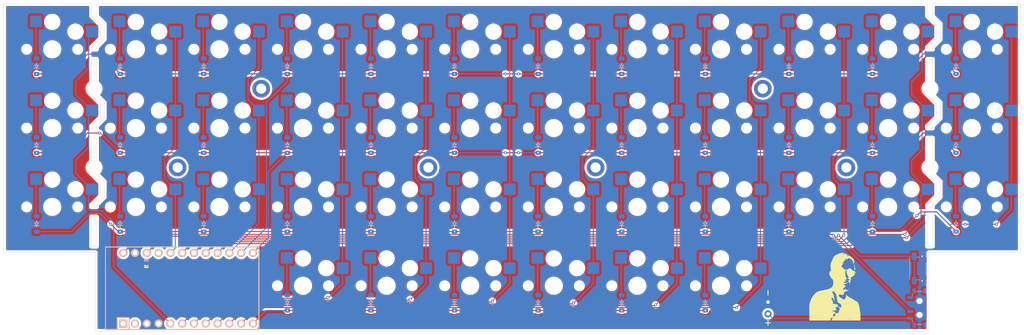
<source format=kicad_pcb>
(kicad_pcb (version 20240108) (generator "pcbnew") (generator_version "8.0")
  (layers (0 "F.Cu" signal) (31 "B.Cu" signal) (34 "B.Paste" user) (35 "F.Paste" user) (36 "B.SilkS" user "B.Silkscreen") (37 "F.SilkS" user "F.Silkscreen") (38 "B.Mask" user) (39 "F.Mask" user) (44 "Edge.Cuts" user))
  (net 0 "")
  (net 1 "Net-(D1-A)")
  (net 2 "row0")
  (net 3 "Net-(D2-A)")
  (net 4 "Net-(D3-A)")
  (net 5 "Net-(D4-A)")
  (net 6 "Net-(D5-A)")
  (net 7 "Net-(D6-A)")
  (net 8 "Net-(D7-A)")
  (net 9 "Net-(D8-A)")
  (net 10 "Net-(D9-A)")
  (net 11 "Net-(D10-A)")
  (net 12 "Net-(D11-A)")
  (net 13 "Net-(D12-A)")
  (net 14 "row1")
  (net 15 "Net-(D13-A)")
  (net 16 "Net-(D14-A)")
  (net 17 "Net-(D15-A)")
  (net 18 "Net-(D16-A)")
  (net 19 "Net-(D17-A)")
  (net 20 "Net-(D18-A)")
  (net 21 "Net-(D19-A)")
  (net 22 "Net-(D20-A)")
  (net 23 "Net-(D21-A)")
  (net 24 "Net-(D22-A)")
  (net 25 "Net-(D23-A)")
  (net 26 "Net-(D24-A)")
  (net 27 "Net-(D25-A)")
  (net 28 "row2")
  (net 29 "Net-(D26-A)")
  (net 30 "Net-(D27-A)")
  (net 31 "Net-(D28-A)")
  (net 32 "Net-(D29-A)")
  (net 33 "Net-(D30-A)")
  (net 34 "Net-(D31-A)")
  (net 35 "Net-(D32-A)")
  (net 36 "Net-(D33-A)")
  (net 37 "Net-(D34-A)")
  (net 38 "Net-(D35-A)")
  (net 39 "Net-(D36-A)")
  (net 40 "Net-(D37-A)")
  (net 41 "row3")
  (net 42 "col0")
  (net 43 "col1")
  (net 44 "col2")
  (net 45 "col3")
  (net 46 "col4")
  (net 47 "col5")
  (net 48 "col6")
  (net 49 "col7")
  (net 50 "col8")
  (net 51 "col9")
  (net 52 "col10")
  (net 53 "col11")
  (net 54 "Net-(BT1-+)")
  (net 55 "RST")
  (net 59 "Net-(D38-A)")
  (net 60 "Net-(D39-A)")
  (net 61 "Net-(D40-A)")
  (net 62 "Net-(D41-A)")
  (net 63 "Net-(D42-A)")
  (net 64 "GND")
  (net 66 "RAW")
  (footprint "ScottoKeebs_Hotswap:Hotswap_Choc_V1_1.00u no silkscreen" (layer "F.Cu") (at 103.056308 47.595361)
    (property "Reference" "S4" (hide yes))
    (property "Value" "Keyswitch")
  )
  (footprint "ScottoKeebs_Hotswap:Hotswap_Choc_V1_1.00u no silkscreen" (layer "F.Cu") (at 157.056308 98.595361)
    (property "Reference" "S40" (hide yes))
    (property "Value" "Keyswitch")
  )
  (footprint "ScottoKeebs_Hotswap:Hotswap_Choc_V1_1.00u no silkscreen" (layer "F.Cu") (at 49.056308 47.595361)
    (property "Reference" "S1" (hide yes))
    (property "Value" "Keyswitch")
  )
  (footprint "ScottoKeebs_Hotswap:Hotswap_Choc_V1_1.00u no silkscreen" (layer "F.Cu") (at 157.056308 47.595361)
    (property "Reference" "S7" (hide yes))
    (property "Value" "Keyswitch")
  )
  (footprint "ScottoKeebs_Hotswap:Hotswap_Choc_V1_1.00u no silkscreen" (layer "F.Cu") (at 49.056308 81.595361)
    (property "Reference" "S25" (hide yes))
    (property "Value" "Keyswitch")
  )
  (footprint "MountingHole:MountingHole_2.2mm_M2_DIN965_Pad_TopBottom" (layer "F.Cu") (at 76.056308 73.095361)
    (property "Reference" "H1" (hide yes))
    (property "Value" "Mounting_Hole" (hide yes))
  )
  (footprint "ScottoKeebs_Scotto:Battery" (layer "F.Cu") (at 203.181308 103.376611 90)
    (property "Reference" "BT1" (hide yes))
    (property "Value" "Battery_Cell" (hide yes))
  )
  (footprint "ScottoKeebs_Hotswap:Hotswap_Choc_V1_1.00u no silkscreen" (layer "F.Cu") (at 103.056308 98.595361)
    (property "Reference" "S37" (hide yes))
    (property "Value" "Keyswitch")
  )
  (footprint "MountingHole:MountingHole_2.2mm_M2_DIN965_Pad_TopBottom" (layer "F.Cu") (at 202.056308 56.095361)
    (property "Reference" "H5" (hide yes))
    (property "Value" "Mounting_Hole" (hide yes))
  )
  (footprint "ScottoKeebs_Hotswap:Hotswap_Choc_V1_1.00u no silkscreen" (layer "F.Cu") (at 175.056308 81.595361)
    (property "Reference" "S32" (hide yes))
    (property "Value" "Keyswitch")
  )
  (footprint "ScottoKeebs_Hotswap:Hotswap_Choc_V1_1.00u no silkscreen" (layer "F.Cu") (at 139.056308 64.595361)
    (property "Reference" "S18" (hide yes))
    (property "Value" "Keyswitch")
  )
  (footprint "ScottoKeebs_Hotswap:Hotswap_Choc_V1_1.00u no silkscreen" (layer "F.Cu") (at 103.056308 64.595361)
    (property "Reference" "S16" (hide yes))
    (property "Value" "Keyswitch")
  )
  (footprint "ScottoKeebs_Hotswap:Hotswap_Choc_V1_1.00u no silkscreen" (layer "F.Cu") (at 211.056308 64.595361)
    (property "Reference" "S22" (hide yes))
    (property "Value" "Keyswitch")
  )
  (footprint "ScottoKeebs_Hotswap:Hotswap_Choc_V1_1.00u no silkscreen" (layer "F.Cu") (at 157.056308 81.595361)
    (property "Reference" "S31" (hide yes))
    (property "Value" "Keyswitch")
  )
  (footprint "ScottoKeebs_Hotswap:Hotswap_Choc_V1_1.00u no silkscreen" (layer "F.Cu") (at 247.056308 81.595361)
    (property "Reference" "S36" (hide yes))
    (property "Value" "Keyswitch")
  )
  (footprint "MountingHole:MountingHole_2.2mm_M2_DIN965_Pad_TopBottom" (layer "F.Cu") (at 94.056308 56.095361)
    (property "Reference" "H2" (hide yes))
    (property "Value" "Mounting_Hole" (hide yes))
  )
  (footprint "ScottoKeebs_Hotswap:Hotswap_Choc_V1_1.00u no silkscreen" (layer "F.Cu") (at 85.056308 47.595361)
    (property "Reference" "S3" (hide yes))
    (property "Value" "Keyswitch")
  )
  (footprint "MountingHole:MountingHole_2.2mm_M2_DIN965_Pad_TopBottom" (layer "F.Cu") (at 220.056308 73.095361)
    (property "Reference" "H6" (hide yes))
    (property "Value" "Mounting_Hole" (hide yes))
  )
  (footprint "MountingHole:MountingHole_3.2mm_M3" (layer "F.Cu") (at 58.056308 56.095361)
    (property "Reference" "H7" (hide yes))
    (property "Value" "Mounting_Hole")
  )
  (footprint "ScottoKeebs_Hotswap:Hotswap_Choc_V1_1.00u no silkscreen" (layer "F.Cu") (at 229.056308 47.595361)
    (property "Reference" "S11" (hide yes))
    (property "Value" "Keyswitch")
  )
  (footprint "ScottoKeebs_Hotswap:Hotswap_Choc_V1_1.00u no silkscreen" (layer "F.Cu") (at 67.056308 47.595361)
    (property "Reference" "S2" (hide yes))
    (property "Value" "Keyswitch")
  )
  (footprint "MountingHole:MountingHole_3.2mm_M3" (layer "F.Cu") (at 58.056308 73.095361)
    (property "Reference" "H8" (hide yes))
    (property "Value" "Mounting_Hole")
  )
  (footprint "ScottoKeebs_Hotswap:Hotswap_Choc_V1_1.00u no silkscreen" (layer "F.Cu") (at 175.056308 64.595361)
    (property "Reference" "S20" (hide yes))
    (property "Value" "Keyswitch")
  )
  (footprint "ScottoKeebs_Hotswap:Hotswap_Choc_V1_1.00u no silkscreen" (layer "F.Cu") (at 121.056308 64.595361)
    (property "Reference" "S17" (hide yes))
    (property "Value" "Keyswitch")
  )
  (footprint "ScottoKeebs_Hotswap:Hotswap_Choc_V1_1.00u no silkscreen" (layer "F.Cu") (at 193.056308 47.595361)
    (property "Reference" "S9" (hide yes))
    (property "Value" "Keyswitch")
  )
  (footprint "ScottoKeebs_Hotswap:Hotswap_Choc_V1_1.00u no silkscreen" (layer "F.Cu") (at 211.056308 81.595361)
    (property "Reference" "S34" (hide yes))
    (property "Value" "Keyswitch")
  )
  (footprint "MountingHole:MountingHole_3.2mm_M3" (layer "F.Cu") (at 238.056308 56.095361)
    (property "Reference" "H9" (hide yes))
    (property "Value" "Mounting_Hole")
  )
  (footprint "MountingHole:MountingHole_3.2mm_M3" (layer "F.Cu") (at 238.056308 73.095361)
    (property "Reference" "H10" (hide yes))
    (property "Value" "Mounting_Hole")
  )
  (footprint "ScottoKeebs_Hotswap:Hotswap_Choc_V1_1.00u no silkscreen" (layer "F.Cu") (at 229.056308 64.595361)
    (property "Reference" "S23" (hide yes))
    (property "Value" "Keyswitch")
  )
  (footprint "ScottoKeebs_Hotswap:Hotswap_Choc_V1_1.00u no silkscreen" (layer "F.Cu") (at 193.056308 98.595361)
    (property "Reference" "S42" (hide yes))
    (property "Value" "Keyswitch")
  )
  (footprint "MountingHole:MountingHole_2.2mm_M2_DIN965_Pad_TopBottom" (layer "F.Cu") (at 130.056308 73.095361)
    (property "Reference" "H3" (hide yes))
    (property "Value" "Mounting_Hole" (hide yes))
  )
  (footprint "ScottoKeebs_Hotswap:Hotswap_Choc_V1_1.00u no silkscreen" (layer "F.Cu") (at 121.056308 81.595361)
    (property "Reference" "S29" (hide yes))
    (property "Value" "Keyswitch")
  )
  (footprint "ScottoKeebs_Hotswap:Hotswap_Choc_V1_1.00u no silkscreen" (layer "F.Cu") (at 211.056308 47.595361)
    (property "Reference" "S10" (hide yes))
    (property "Value" "Keyswitch")
  )
  (footprint "MountingHole:MountingHole_2.2mm_M2_DIN965_Pad_TopBottom" (layer "F.Cu") (at 166.056308 73.095361)
    (property "Reference" "H4" (hide yes))
    (property "Value" "Mounting_Hole" (hide yes))
  )
  (footprint "ScottoKeebs_Hotswap:Hotswap_Choc_V1_1.00u no silkscreen" (layer "F.Cu") (at 247.056308 64.595361)
    (property "Reference" "S24" (hide yes))
    (property "Value" "Keyswitch")
  )
  (footprint "ScottoKeebs_Hotswap:Hotswap_Choc_V1_1.00u no silkscreen" (layer "F.Cu") (at 121.056308 98.595361)
    (property "Reference" "S38" (hide yes))
    (property "Value" "Keyswitch")
  )
  (footprint "ScottoKeebs_Hotswap:Hotswap_Choc_V1_1.00u no silkscreen" (layer "F.Cu") (at 139.056308 81.595361)
    (property "Reference" "S30" (hide yes))
    (property "Value" "Keyswitch")
  )
  (footprint "ScottoKeebs_Hotswap:Hotswap_Choc_V1_1.00u no silkscreen" (layer "F.Cu") (at 247.056308 47.595361)
    (property "Reference" "S12" (hide yes))
    (property "Value" "Keyswitch")
  )
  (footprint "ScottoKeebs_Hotswap:Hotswap_Choc_V1_1.00u no silkscreen" (layer "F.Cu") (at 139.056308 98.595361)
    (property "Reference" "S39" (hide yes))
    (property "Value" "Keyswitch")
  )
  (footprint "ScottoKeebs_Hotswap:Hotswap_Choc_V1_1.00u no silkscreen" (layer "F.Cu") (at 139.056308 47.595361)
    (property "Reference" "S6" (hide yes))
    (property "Value" "Keyswitch")
  )
  (footprint "ScottoKeebs_Hotswap:Hotswap_Choc_V1_1.00u no silkscreen" (layer "F.Cu") (at 103.056308 81.595361)
    (property "Reference" "S28" (hide yes))
    (property "Value" "Keyswitch")
  )
  (footprint "ScottoKeebs_Hotswap:Hotswap_Choc_V1_1.00u no silkscreen" (layer "F.Cu") (at 175.056308 47.595361)
    (property "Reference" "S8" (hide yes))
    (property "Value" "Keyswitch")
  )
  (footprint "ScottoKeebs_Hotswap:Hotswap_Choc_V1_1.00u no silkscreen" (layer "F.Cu") (at 157.056308 64.595361)
    (property "Reference" "S19" (hide yes))
    (property "Value" "Keyswitch")
  )
  (footprint "ScottoKeebs_Hotswap:Hotswap_Choc_V1_1.00u no silkscreen" (layer "F.Cu") (at 175.056308 98.595361)
    (property "Reference" "S41" (hide yes))
    (property "Value" "Keyswitch")
  )
  (footprint "SilkscreenImages:kicad_finger_guns" (layer "F.Cu") (at 218.931308 98.595361)
    (property "Reference" "G***" (hide yes))
    (property "Value" "LOGO" (hide yes))
  )
  (footprint "ScottoKeebs_MCU:Arduino_Pro_Micro" (layer "F.Cu") (at 78.306308 99.126611 90)
    (property "Reference" "U1" (hide yes))
    (property "Value" "Arduino_Pro_Micro" (hide yes))
  )
  (footprint "ScottoKeebs_Hotswap:Hotswap_Choc_V1_1.00u no silkscreen" (layer "F.Cu") (at 193.056308 81.595361)
    (property "Reference" "S33" (hide yes))
    (property "Value" "Keyswitch")
  )
  (footprint "ScottoKeebs_Hotswap:Hotswap_Choc_V1_1.00u no silkscreen" (layer "F.Cu") (at 121.056308 47.595361)
    (property "Reference" "S5" (hide yes))
    (property "Value" "Keyswitch")
  )
  (footprint "ScottoKeebs_Hotswap:Hotswap_Choc_V1_1.00u no silkscreen" (layer "F.Cu") (at 85.056308 64.595361)
    (property "Reference" "S15" (hide yes))
    (property "Value" "Keyswitch")
  )
  (footprint "ScottoKeebs_Hotswap:Hotswap_Choc_V1_1.00u no silkscreen" (layer "F.Cu") (at 67.056308 64.595361)
    (property "Reference" "S14" (hide yes))
    (property "Value" "Keyswitch")
  )
  (footprint "ScottoKeebs_Hotswap:Hotswap_Choc_V1_1.00u no silkscreen" (layer "F.Cu") (at 85.056308 81.595361)
    (property "Reference" "S27" (hide yes))
    (property "Value" "Keyswitch")
  )
  (footprint "ScottoKeebs_Hotswap:Hotswap_Choc_V1_1.00u no silkscreen" (layer "F.Cu") (at 67.056308 81.595361)
    (property "Reference" "S26" (hide yes))
    (property "Value" "Keyswitch")
  )
  (footprint "ScottoKeebs_Hotswap:Hotswap_Choc_V1_1.00u no silkscreen" (layer "F.Cu") (at 49.056308 64.595361)
    (property "Reference" "S13" (hide yes))
    (property "Value" "Keyswitch")
  )
  (footprint "ScottoKeebs_Hotswap:Hotswap_Choc_V1_1.00u no silkscreen" (layer "F.Cu") (at 229.056308 81.595361)
    (property "Reference" "S35" (hide yes))
    (property "Value" "Keyswitch")
  )
  (footprint "ScottoKeebs_Hotswap:Hotswap_Choc_V1_1.00u no silkscreen" (layer "F.Cu") (at 193.056308 64.595361)
    (property "Reference" "S21" (hide yes))
    (property "Value" "Keyswitch")
  )
  (footprint "ScottoKeebs_Components:Diode_SOD-123" (layer "B.Cu") (at 135.674495 68.267675 90)
    (property "Reference" "D18" (hide yes))
    (property "Value" "Diode" (hide yes))
  )
  (footprint "ScottoKeebs_Components:Diode_SOD-123" (layer "B.Cu") (at 207.674495 85.267675 90)
    (property "Reference" "D34" (hide yes))
    (property "Value" "Diode" (hide yes))
  )
  (footprint "ScottoKeebs_Components:Diode_SOD-123" (layer "B.Cu") (at 207.674495 68.267675 90)
    (property "Reference" "D22" (hide yes))
    (property "Value" "Diode" (hide yes))
  )
  (footprint "ScottoKeebs_Components:Diode_SOD-123" (layer "B.Cu") (at 225.674495 68.267675 90)
    (property "Reference" "D23" (hide yes))
    (property "Value" "Diode" (hide yes))
  )
  (footprint "ScottoKeebs_Components:Diode_SOD-123" (layer "B.Cu") (at 153.674495 68.267675 90)
    (property "Reference" "D19" (hide yes))
    (property "Value" "Diode" (hide yes))
  )
  (footprint "ScottoKeebs_Components:Diode_SOD-123" (layer "B.Cu") (at 153.674495 51.267675 90)
    (property "Reference" "D7" (hide yes))
    (property "Value" "Diode" (hide yes))
  )
  (footprint "ScottoKeebs_Components:Diode_SOD-123" (layer "B.Cu") (at 171.674495 102.267675 90)
    (property "Reference" "D41" (hide yes))
    (property "Value" "Diode" (hide yes))
  )
  (footprint "ScottoKeebs_Components:Diode_SOD-123" (layer "B.Cu") (at 45.674495 85.267675 90)
    (property "Reference" "D25" (hide yes))
    (property "Value" "Diode" (hide yes))
  )
  (footprint "ScottoKeebs_Components:Diode_SOD-123" (layer "B.Cu") (at 99.674495 51.267675 90)
    (property "Reference" "D4" (hide yes))
    (property "Value" "Diode" (hide yes))
  )
  (footprint "ScottoKeebs_Components:Diode_SOD-123" (layer "B.Cu") (at 189.674495 102.267675 90)
    (property "Reference" "D42" (hide yes))
    (property "Value" "Diode" (hide yes))
  )
  (footprint "ScottoKeebs_Components:Diode_SOD-123" (layer "B.Cu") (at 63.674495 85.267675 90)
    (property "Reference" "D26" (hide yes))
    (property "Value" "Diode" (hide yes))
  )
  (footprint "ScottoKeebs_Components:Diode_SOD-123" (layer "B.Cu") (at 99.674495 85.267675 90)
    (property "Reference" "D28" (hide yes))
    (property "Value" "Diode" (hide yes))
  )
  (footprint "ScottoKeebs_Components:Diode_SOD-123" (layer "B.Cu") (at 171.674495 85.267675 90)
    (property "Reference" "D32" (hide yes))
    (property "Value" "Diode" (hide yes))
  )
  (footprint "ScottoKeebs_Components:Diode_SOD-123" (layer "B.Cu") (at 225.674495 85.267675 90)
    (property "Reference" "D35" (hide yes))
    (property "Value" "Diode" (hide yes))
  )
  (footprint "ScottoKeebs_Components:Diode_SOD-123" (layer "B.Cu") (at 117.674495 85.267675 90)
    (property "Reference" "D29" (hide yes))
    (property "Value" "Diode" (hide yes))
  )
  (footprint "ScottoKeebs_Components:Diode_SOD-123" (layer "B.Cu") (at 243.674495 51.267675 90)
    (property "Reference" "D12" (hide yes))
    (property "Value" "Diode" (hide yes))
  )
  (footprint "ScottoKeebs_Components:Diode_SOD-123" (layer "B.Cu") (at 135.674495 85.267675 90)
    (property "Reference" "D30" (hide yes))
    (property "Value" "Diode" (hide yes))
  )
  (footprint "ScottoKeebs_Components:Diode_SOD-123" (layer "B.Cu") (at 117.674495 102.267675 90)
    (property "Reference" "D38" (hide yes))
    (property "Value" "Diode" (hide yes))
  )
  (footprint "ScottoKeebs_Components:Diode_SOD-123" (layer "B.Cu") (at 99.674495 102.267675 90)
    (property "Reference" "D37" (hide yes))
    (property "Value" "Diode" (hide yes))
  )
  (footprint "ScottoKeebs_Components:Diode_SOD-123" (layer "B.Cu") (at 81.674495 68.267675 90)
    (property "Reference" "D15" (hide yes))
    (property "Value" "Diode" (hide yes))
  )
  (footprint "ScottoKeebs_Components:Diode_SOD-123" (layer "B.Cu") (at 153.674495 85.267675 90)
    (property "Reference" "D31" (hide yes))
    (property "Value" "Diode" (hide yes))
  )
  (footprint "ScottoKeebs_Components:Diode_SOD-123" (layer "B.Cu") (at 153.674495 102.267675 90)
    (property "Reference" "D40" (hide yes))
    (property "Value" "Diode" (hide yes))
  )
  (footprint "ScottoKeebs_Components:Diode_SOD-123" (layer "B.Cu") (at 117.674495 51.267675 90)
    (property "Reference" "D5" (hide yes))
    (property "Value" "Diode" (hide yes))
  )
  (footprint "ScottoKeebs_Components:Diode_SOD-123" (layer "B.Cu") (at 81.674495 51.267675 90)
    (property "Reference" "D3" (hide yes))
    (property "Value" "Diode" (hide yes))
  )
  (footprint "ScottoKeebs_Components:Diode_SOD-123" (layer "B.Cu") (at 189.674495 85.267675 90)
    (property "Reference" "D33" (hide yes))
    (property "Value" "Diode" (hide yes))
  )
  (footprint "ScottoKeebs_Components:Diode_SOD-123" (layer "B.Cu") (at 63.674495 68.267675 90)
    (property "Reference" "D14" (hide yes))
    (property "Value" "Diode" (hide yes))
  )
  (footprint "ScottoKeebs_Components:Diode_SOD-123" (layer "B.Cu") (at 243.674495 85.267675 90)
    (property "Reference" "D36" (hide yes))
    (property "Value" "Diode" (hide yes))
  )
  (footprint "ScottoKeebs_Components:Diode_SOD-123" (layer "B.Cu") (at 99.674495 68.267675 90)
    (property "Reference" "D16" (hide yes))
    (property "Value" "Diode" (hide yes))
  )
  (footprint "ScottoKeebs_Components:Diode_SOD-123" (layer "B.Cu") (at 189.674495 68.267675 90)
    (property "Reference" "D21" (hide yes))
    (property "Value" "Diode" (hide yes))
  )
  (footprint "ScottoKeebs_Components:Diode_SOD-123" (layer "B.Cu") (at 63.674495 51.267675 90)
    (property "Reference" "D2" (hide yes))
    (property "Value" "Diode" (hide yes))
  )
  (footprint "ScottoKeebs_Components:Diode_SOD-123" (layer "B.Cu") (at 45.674495 51.267675 90)
    (property "Reference" "D1" (hide yes))
    (property "Value" "Diode" (hide yes))
  )
  (footprint "ScottoKeebs_Components:Diode_SOD-123" (layer "B.Cu") (at 117.674495 68.267675 90)
    (property "Reference" "D17" (hide yes))
    (property "Value" "Diode" (hide yes))
  )
  (footprint "ScottoKeebs_Components:Switch_MSK12C02" (layer "B.Cu") (at 235.806308 103.376611 90)
    (property "Reference" "SW1" (hide yes))
    (property "Value" "SW_SPDT" (hide yes))
  )
  (footprint "ScottoKeebs_Components:Diode_SOD-123" (layer "B.Cu") (at 45.674495 68.267675 90)
    (property "Reference" "D13" (hide yes))
    (property "Value" "Diode" (hide yes))
  )
  (footprint "ScottoKeebs_Components:Diode_SOD-123" (layer "B.Cu") (at 189.674495 51.267675 90)
    (property "Reference" "D9" (hide yes))
    (property "Value" "Diode" (hide yes))
  )
  (footprint "ScottoKeebs_Components:Diode_SOD-123" (layer "B.Cu") (at 225.674495 51.267675 90)
    (property "Reference" "D11" (hide yes))
    (property "Value" "Diode" (hide yes))
  )
  (footprint "ScottoKeebs_Components:Diode_SOD-123" (layer "B.Cu") (at 81.674495 85.267675 90)
    (property "Reference" "D27" (hide yes))
    (property "Value" "Diode" (hide yes))
  )
  (footprint "Button_Switch_SMD:Panasonic_EVQPUJ_EVQPUA" (layer "B.Cu") (at 235.525058 94.876611 90)
    (property "Reference" "SW2" (hide yes))
    (property "Value" "Switch" (hide yes))
  )
  (footprint "ScottoKeebs_Components:Diode_SOD-123" (layer "B.Cu") (at 135.674495 102.267675 90)
    (property "Reference" "D39" (hide yes))
    (property "Value" "Diode" (hide yes))
  )
  (footprint "ScottoKeebs_Components:Diode_SOD-123" (layer "B.Cu") (at 135.674495 51.267675 90)
    (property "Reference" "D6" (hide yes))
    (property "Value" "Diode" (hide yes))
  )
  (footprint "ScottoKeebs_Components:Diode_SOD-123" (layer "B.Cu") (at 207.674495 51.267675 90)
    (property "Reference" "D10" (hide yes))
    (property "Value" "Diode" (hide yes))
  )
  (footprint "ScottoKeebs_Components:Diode_SOD-123" (layer "B.Cu") (at 171.674495 68.267675 90)
    (property "Reference" "D20" (hide yes))
    (property "Value" "Diode" (hide yes))
  )
  (footprint "ScottoKeebs_Components:Diode_SOD-123" (layer "B.Cu") (at 171.674495 51.267675 90)
    (property "Reference" "D8" (hide yes))
    (property "Value" "Diode" (hide yes))
  )
  (footprint "ScottoKeebs_Components:Diode_SOD-123" (layer "B.Cu") (at 243.674495 68.267675 90)
    (property "Reference" "D24" (hide yes))
    (property "Value" "Diode" (hide yes))
  )
  (gr_line (start 58.618808 66.720361) (end 58.618808 72.564111) (stroke (width 0.05)) (layer "Edge.Cuts"))
  (gr_line (start 238.618808 81.157861) (end 238.618808 81.595361) (stroke (width 0.05)) (layer "Edge.Cuts"))
  (gr_line (start 237.493808 81.173486) (end 237.493808 81.595361) (stroke (width 0.05)) (layer "Edge.Cuts"))
  (gr_line (start 38.650058 37.767236) (end 38.650058 91.423486) (stroke (width 0.05)) (layer "Edge.Cuts"))
  (gr_line (start 238.618808 90.095361) (end 238.618808 83.720361) (stroke (width 0.05)) (layer "Edge.Cuts"))
  (gr_line (start 58.618808 64.595361) (end 57.493808 64.595361) (stroke (width 0.05)) (layer "Edge.Cuts"))
  (gr_line (start 238.618808 47.157861) (end 240.306308 45.470361) (stroke (width 0.05)) (layer "Edge.Cuts"))
  (gr_line (start 57.493808 49.720361) (end 58.618808 49.720361) (stroke (width 0.05)) (layer "Edge.Cuts"))
  (gr_line (start 58.618808 90.095361) (end 57.493808 90.095361) (stroke (width 0.05)) (layer "Edge.Cuts"))
  (gr_line (start 237.493808 57.423486) (end 239.462558 59.392236) (stroke (width 0.05)) (layer "Edge.Cuts"))
  (gr_line (start 238.618808 64.157861) (end 240.306308 62.470361) (stroke (width 0.05)) (layer "Edge.Cuts"))
  (gr_line (start 238.618808 83.720361) (end 237.493808 83.720361) (stroke (width 0.05)) (layer "Edge.Cuts"))
  (gr_line (start 237.493808 37.767236) (end 58.618808 37.767236) (stroke (width 0.05)) (layer "Edge.Cuts"))
  (gr_line (start 237.493808 57.423486) (end 237.493808 55.564111) (stroke (width 0.05)) (layer "Edge.Cuts"))
  (gr_line (start 58.618808 57.423486) (end 60.306308 59.110986) (stroke (width 0.05)) (layer "Edge.Cuts"))
  (gr_line (start 238.618808 40.423486) (end 240.306308 42.110986) (stroke (width 0.05)) (layer "Edge.Cuts"))
  (gr_line (start 58.618808 40.423486) (end 58.618808 37.767236) (stroke (width 0.05)) (layer "Edge.Cuts"))
  (gr_line (start 57.493808 81.595361) (end 57.493808 81.173486) (stroke (width 0.05)) (layer "Edge.Cuts"))
  (gr_line (start 58.618808 40.423486) (end 60.306308 42.110986) (stroke (width 0.05)) (layer "Edge.Cuts"))
  (gr_line (start 238.618808 81.157861) (end 240.306308 79.470361) (stroke (width 0.05)) (layer "Edge.Cuts"))
  (gr_line (start 237.493808 40.423486) (end 239.462558 42.392236) (stroke (width 0.05)) (layer "Edge.Cuts"))
  (gr_line (start 57.493808 57.423486) (end 59.462558 59.392236) (stroke (width 0.05)) (layer "Edge.Cuts"))
  (gr_line (start 57.493808 47.595361) (end 57.493808 47.173486) (stroke (width 0.05)) (layer "Edge.Cuts"))
  (gr_line (start 59.462558 62.204736) (end 57.493808 64.173486) (stroke (width 0.05)) (layer "Edge.Cuts"))
  (gr_line (start 238.618808 49.720361) (end 238.618808 55.564111) (stroke (width 0.05)) (layer "Edge.Cuts"))
  (gr_line (start 58.618808 74.423486) (end 60.306308 76.110986) (stroke (width 0.05)) (layer "Edge.Cuts"))
  (gr_line (start 59.462558 79.204736) (end 57.493808 81.173486) (stroke (width 0.05)) (layer "Edge.Cuts"))
  (gr_line (start 57.493808 66.720361) (end 58.618808 66.720361) (stroke (width 0.05)) (layer "Edge.Cuts"))
  (gr_line (start 257.462558 37.767236) (end 238.618808 37.767236) (stroke (width 0.05)) (layer "Edge.Cuts"))
  (gr_line (start 58.618808 47.595361) (end 57.493808 47.595361) (stroke (width 0.05)) (layer "Edge.Cuts"))
  (gr_line (start 58.618808 74.423486) (end 58.618808 72.564111) (stroke (width 0.05)) (layer "Edge.Cuts"))
  (gr_line (start 59.462558 42.392236) (end 59.462558 45.204736) (stroke (width 0.05)) (layer "Edge.Cuts"))
  (gr_line (start 237.493808 66.720361) (end 238.618808 66.720361) (stroke (width 0.05)) (layer "Edge.Cuts"))
  (gr_line (start 58.618808 49.720361) (end 58.618808 55.564111) (stroke (width 0.05)) (layer "Edge.Cuts"))
  (gr_line (start 240.306308 76.110986) (end 240.306308 79.470361) (stroke (width 0.05)) (layer "Edge.Cuts"))
  (gr_line (start 57.493808 55.564111) (end 57.493808 49.720361) (stroke (width 0.05)) (layer "Edge.Cuts"))
  (gr_line (start 58.618808 57.423486) (end 58.618808 55.564111) (stroke (width 0.05)) (layer "Edge.Cuts"))
  (gr_line (start 58.618808 83.720361) (end 57.493808 83.720361) (stroke (width 0.05)) (layer "Edge.Cuts"))
  (gr_line (start 240.306308 59.110986) (end 240.306308 62.470361) (stroke (width 0.05)) (layer "Edge.Cuts"))
  (gr_line (start 59.462558 45.204736) (end 57.493808 47.173486) (stroke (width 0.05)) (layer "Edge.Cuts"))
  (gr_line (start 58.618808 90.095361) (end 58.618808 83.720361) (stroke (width 0.05)) (layer "Edge.Cuts"))
  (gr_line (start 239.462558 59.392236) (end 239.462558 62.204736) (stroke (width 0.05)) (layer "Edge.Cuts"))
  (gr_line (start 57.493808 83.720361) (end 57.493808 90.095361) (stroke (width 0.05)) (layer "Edge.Cuts"))
  (gr_line (start 238.618808 64.157861) (end 238.618808 64.595361) (stroke (width 0.05)) (layer "Edge.Cuts"))
  (gr_line (start 238.618808 66.720361) (end 238.618808 72.564111) (stroke (width 0.05)) (layer "Edge.Cuts"))
  (gr_line (start 237.493808 74.423486) (end 239.462558 76.392236) (stroke (width 0.05)) (layer "Edge.Cuts"))
  (gr_line (start 237.493808 49.720361) (end 238.618808 49.720361) (stroke (width 0.05)) (layer "Edge.Cuts"))
  (gr_line (start 257.462558 91.423486) (end 257.462558 37.767236) (stroke (width 0.05)) (layer "Edge.Cuts"))
  (gr_line (start 57.493808 74.423486) (end 59.462558 76.392236) (stroke (width 0.05)) (layer "Edge.Cuts"))
  (gr_line (start 238.618808 47.157861) (end 238.618808 47.595361) (stroke (width 0.05)) (layer "Edge.Cuts"))
  (gr_line (start 58.618808 47.157861) (end 60.306308 45.470361) (stroke (width 0.05)) (layer "Edge.Cuts"))
  (gr_line (start 58.337558 91.423486) (end 58.337558 108.423486) (stroke (width 0.05)) (layer "Edge.Cuts"))
  (gr_line (start 60.306308 59.110986) (end 60.306308 62.470361) (stroke (width 0.05)) (layer "Edge.Cuts"))
  (gr_line (start 257.462558 91.423486) (end 237.775058 91.423486) (stroke (width 0.05)) (layer "Edge.Cuts"))
  (gr_line (start 60.306308 42.110986) (end 60.306308 45.470361) (stroke (width 0.05)) (layer "Edge.Cuts"))
  (gr_line (start 57.493808 72.564111) (end 57.493808 66.720361) (stroke (width 0.05)) (layer "Edge.Cuts"))
  (gr_line (start 237.493808 64.595361) (end 237.493808 64.173486) (stroke (width 0.05)) (layer "Edge.Cuts"))
  (gr_line (start 237.775058 91.423486) (end 237.775058 108.423486) (stroke (width 0.05)) (layer "Edge.Cuts"))
  (gr_line (start 238.618808 47.595361) (end 237.493808 47.595361) (stroke (width 0.05)) (layer "Edge.Cuts"))
  (gr_line (start 239.462558 62.204736) (end 237.493808 64.173486) (stroke (width 0.05)) (layer "Edge.Cuts"))
  (gr_line (start 239.462558 79.204736) (end 237.493808 81.173486) (stroke (width 0.05)) (layer "Edge.Cuts"))
  (gr_line (start 237.493808 74.423486) (end 237.493808 72.564111) (stroke (width 0.05)) (layer "Edge.Cuts"))
  (gr_line (start 238.618808 57.423486) (end 238.618808 55.564111) (stroke (width 0.05)) (layer "Edge.Cuts"))
  (gr_line (start 60.306308 76.110986) (end 60.306308 79.470361) (stroke (width 0.05)) (layer "Edge.Cuts"))
  (gr_line (start 58.618808 64.157861) (end 60.306308 62.470361) (stroke (width 0.05)) (layer "Edge.Cuts"))
  (gr_line (start 238.618808 40.423486) (end 238.618808 37.767236) (stroke (width 0.05)) (layer "Edge.Cuts"))
  (gr_line (start 57.493808 57.423486) (end 57.493808 55.564111) (stroke (width 0.05)) (layer "Edge.Cuts"))
  (gr_line (start 238.618808 57.423486) (end 240.306308 59.110986) (stroke (width 0.05)) (layer "Edge.Cuts"))
  (gr_line (start 238.618808 90.095361) (end 237.493808 90.095361) (stroke (width 0.05)) (layer "Edge.Cuts"))
  (gr_line (start 238.618808 74.423486) (end 240.306308 76.110986) (stroke (width 0.05)) (layer "Edge.Cuts"))
  (gr_line (start 58.618808 47.157861) (end 58.618808 47.595361) (stroke (width 0.05)) (layer "Edge.Cuts"))
  (gr_line (start 57.493808 74.423486) (end 57.493808 72.564111) (stroke (width 0.05)) (layer "Edge.Cuts"))
  (gr_line (start 58.337558 108.423486) (end 237.775058 108.423486) (stroke (width 0.05)) (layer "Edge.Cuts"))
  (gr_line (start 237.493808 55.564111) (end 237.493808 49.720361) (stroke (width 0.05)) (layer "Edge.Cuts"))
  (gr_line (start 239.462558 45.204736) (end 237.493808 47.173486) (stroke (width 0.05)) (layer "Edge.Cuts"))
  (gr_line (start 58.618808 81.595361) (end 57.493808 81.595361) (stroke (width 0.05)) (layer "Edge.Cuts"))
  (gr_line (start 57.493808 64.595361) (end 57.493808 64.173486) (stroke (width 0.05)) (layer "Edge.Cuts"))
  (gr_line (start 237.493808 40.423486) (end 237.493808 37.767236) (stroke (width 0.05)) (layer "Edge.Cuts"))
  (gr_line (start 237.493808 47.595361) (end 237.493808 47.173486) (stroke (width 0.05)) (layer "Edge.Cuts"))
  (gr_line (start 239.462558 76.392236) (end 239.462558 79.204736) (stroke (width 0.05)) (layer "Edge.Cuts"))
  (gr_line (start 238.618808 64.595361) (end 237.493808 64.595361) (stroke (width 0.05)) (layer "Edge.Cuts"))
  (gr_line (start 238.618808 74.423486) (end 238.618808 72.564111) (stroke (width 0.05)) (layer "Edge.Cuts"))
  (gr_line (start 38.650058 91.423486) (end 58.337558 91.423486) (stroke (width 0.05)) (layer "Edge.Cuts"))
  (gr_line (start 58.618808 81.157861) (end 60.306308 79.470361) (stroke (width 0.05)) (layer "Edge.Cuts"))
  (gr_line (start 58.618808 64.157861) (end 58.618808 64.595361) (stroke (width 0.05)) (layer "Edge.Cuts"))
  (gr_line (start 239.462558 42.392236) (end 239.462558 45.204736) (stroke (width 0.05)) (layer "Edge.Cuts"))
  (gr_line (start 59.462558 76.392236) (end 59.462558 79.204736) (stroke (width 0.05)) (layer "Edge.Cuts"))
  (gr_line (start 240.306308 42.110986) (end 240.306308 45.470361) (stroke (width 0.05)) (layer "Edge.Cuts"))
  (gr_line (start 57.493808 40.423486) (end 59.462558 42.392236) (stroke (width 0.05)) (layer "Edge.Cuts"))
  (gr_line (start 237.493808 83.720361) (end 237.493808 90.095361) (stroke (width 0.05)) (layer "Edge.Cuts"))
  (gr_line (start 58.618808 81.157861) (end 58.618808 81.595361) (stroke (width 0.05)) (layer "Edge.Cuts"))
  (gr_line (start 237.493808 72.564111) (end 237.493808 66.720361) (stroke (width 0.05)) (layer "Edge.Cuts"))
  (gr_line (start 57.493808 37.767236) (end 38.650058 37.767236) (stroke (width 0.05)) (layer "Edge.Cuts"))
  (gr_line (start 57.493808 40.423486) (end 57.493808 37.767236) (stroke (width 0.05)) (layer "Edge.Cuts"))
  (gr_line (start 238.618808 81.595361) (end 237.493808 81.595361) (stroke (width 0.05)) (layer "Edge.Cuts"))
  (gr_line (start 59.462558 59.392236) (end 59.462558 62.204736) (stroke (width 0.05)) (layer "Edge.Cuts"))
  (segment (start 45.556308 41.595361) (end 45.556308 49.499488) (width 0.2) (layer "B.Cu") (net 1))
  (segment (start 45.556308 49.499488) (end 45.674495 49.617675) (width 0.2) (layer "B.Cu") (net 1))
  (segment (start 149.462558 52.907861) (end 146.650058 52.907861) (width 0.2) (layer "F.Cu") (net 2))
  (segment (start 52.400058 52.907861) (end 56.650058 48.657861) (width 0.2) (layer "F.Cu") (net 2))
  (segment (start 59.462558 48.657861) (end 63.681308 52.876611) (width 0.2) (layer "F.Cu") (net 2))
  (segment (start 135.681308 52.907861) (end 99.681308 52.907861) (width 0.2) (layer "F.Cu") (net 2))
  (segment (start 63.681308 52.876611) (end 63.681308 52.907861) (width 0.2) (layer "F.Cu") (net 2))
  (segment (start 232.400058 52.907861) (end 225.681308 52.907861) (width 0.2) (layer "F.Cu") (net 2))
  (segment (start 243.681308 52.876611) (end 239.000058 48.195361) (width 0.2) (layer "F.Cu") (net 2))
  (segment (start 243.681308 52.907861) (end 243.681308 52.876611) (width 0.2) (layer "F.Cu") (net 2))
  (segment (start 56.650058 48.657861) (end 59.462558 48.657861) (width 0.2) (layer "F.Cu") (net 2))
  (segment (start 237.112558 48.195361) (end 232.400058 52.907861) (width 0.2) (layer "F.Cu") (net 2))
  (segment (start 45.681308 52.907861) (end 52.400058 52.907861) (width 0.2) (layer "F.Cu") (net 2))
  (segment (start 153.681308 52.907861) (end 225.681308 52.907861) (width 0.2) (layer "F.Cu") (net 2))
  (segment (start 239.000058 48.195361) (end 237.112558 48.195361) (width 0.2) (layer "F.Cu") (net 2))
  (segment (start 99.681308 52.907861) (end 63.681308 52.907861) (width 0.2) (layer "F.Cu") (net 2))
  (via (at 149.462558 52.907861) (size 0.6) (drill 0.3) (layers "F.Cu" "B.Cu") (net 2))
  (via (at 153.681308 52.907861) (size 0.6) (drill 0.3) (layers "F.Cu" "B.Cu") (net 2))
  (via (at 243.681308 52.907861) (size 0.6) (drill 0.3) (layers "F.Cu" "B.Cu") (net 2))
  (via (at 45.681308 52.907861) (size 0.6) (drill 0.3) (layers "F.Cu" "B.Cu") (net 2))
  (via (at 225.681308 52.907861) (size 0.6) (drill 0.3) (layers "F.Cu" "B.Cu") (net 2))
  (via (at 99.681308 52.907861) (size 0.6) (drill 0.3) (layers "F.Cu" "B.Cu") (net 2))
  (via (at 117.681308 52.907861) (size 0.6) (drill 0.3) (layers "F.Cu" "B.Cu") (net 2))
  (via (at 135.681308 52.907861) (size 0.6) (drill 0.3) (layers "F.Cu" "B.Cu") (net 2))
  (via (at 189.681308 52.907861) (size 0.6) (drill 0.3) (layers "F.Cu" "B.Cu") (net 2))
  (via (at 171.681308 52.907861) (size 0.6) (drill 0.3) (layers "F.Cu" "B.Cu") (net 2))
  (via (at 81.681308 52.907861) (size 0.6) (drill 0.3) (layers "F.Cu" "B.Cu") (net 2))
  (via (at 207.681308 52.907861) (size 0.6) (drill 0.3) (layers "F.Cu" "B.Cu") (net 2))
  (via (at 146.650058 52.907861) (size 0.6) (drill 0.3) (layers "F.Cu" "B.Cu") (net 2))
  (via (at 63.681308 52.907861) (size 0.6) (drill 0.3) (layers "F.Cu" "B.Cu") (net 2))
  (segment (start 99.674495 52.917675) (end 99.674495 54.539674) (width 0.2) (layer "B.Cu") (net 2))
  (segment (start 95.181308 59.032861) (end 95.181308 86.061611) (width 0.2) (layer "B.Cu") (net 2))
  (segment (start 99.674495 54.539674) (end 95.181308 59.032861) (width 0.2) (layer "B.Cu") (net 2))
  (segment (start 149.472372 52.917675) (end 149.462558 52.907861) (width 0.2) (layer "B.Cu") (net 2))
  (segment (start 146.650058 52.907861) (end 146.640244 52.917675) (width 0.2) (layer "B.Cu") (net 2))
  (segment (start 153.674495 52.917675) (end 149.472372 52.917675) (width 0.2) (layer "B.Cu") (net 2))
  (segment (start 146.640244 52.917675) (end 135.674495 52.917675) (width 0.2) (layer "B.Cu") (net 2))
  (segment (start 95.181308 86.061611) (end 89.736308 91.506611) (width 0.2) (layer "B.Cu") (net 2))
  (segment (start 63.556308 49.499488) (end 63.674495 49.617675) (width 0.2) (layer "B.Cu") (net 3))
  (segment (start 63.556308 41.595361) (end 63.556308 49.499488) (width 0.2) (layer "B.Cu") (net 3))
  (segment (start 81.556308 41.595361) (end 81.556308 49.499488) (width 0.2) (layer "B.Cu") (net 4))
  (segment (start 81.556308 49.499488) (end 81.674495 49.617675) (width 0.2) (layer "B.Cu") (net 4))
  (segment (start 99.556308 49.499488) (end 99.674495 49.617675) (width 0.2) (layer "B.Cu") (net 5))
  (segment (start 99.556308 41.595361) (end 99.556308 49.499488) (width 0.2) (layer "B.Cu") (net 5))
  (segment (start 117.556308 41.595361) (end 117.556308 49.499488) (width 0.2) (layer "B.Cu") (net 6))
  (segment (start 117.556308 49.499488) (end 117.674495 49.617675) (width 0.2) (layer "B.Cu") (net 6))
  (segment (start 135.556308 49.499488) (end 135.674495 49.617675) (width 0.2) (layer "B.Cu") (net 7))
  (segment (start 135.556308 41.595361) (end 135.556308 49.499488) (width 0.2) (layer "B.Cu") (net 7))
  (segment (start 153.556308 41.595361) (end 153.556308 49.499488) (width 0.2) (layer "B.Cu") (net 8))
  (segment (start 153.556308 49.499488) (end 153.674495 49.617675) (width 0.2) (layer "B.Cu") (net 8))
  (segment (start 171.556308 41.595361) (end 171.556308 49.499488) (width 0.2) (layer "B.Cu") (net 9))
  (segment (start 171.556308 49.499488) (end 171.674495 49.617675) (width 0.2) (layer "B.Cu") (net 9))
  (segment (start 189.556308 49.499488) (end 189.674495 49.617675) (width 0.2) (layer "B.Cu") (net 10))
  (segment (start 189.556308 41.595361) (end 189.556308 49.499488) (width 0.2) (layer "B.Cu") (net 10))
  (segment (start 207.556308 41.595361) (end 207.556308 49.499488) (width 0.2) (layer "B.Cu") (net 11))
  (segment (start 207.556308 49.499488) (end 207.674495 49.617675) (width 0.2) (layer "B.Cu") (net 11))
  (segment (start 225.556308 41.595361) (end 225.556308 49.499488) (width 0.2) (layer "B.Cu") (net 12))
  (segment (start 225.556308 49.499488) (end 225.674495 49.617675) (width 0.2) (layer "B.Cu") (net 12))
  (segment (start 243.556308 49.499488) (end 243.674495 49.617675) (width 0.2) (layer "B.Cu") (net 13))
  (segment (start 243.556308 41.595361) (end 243.556308 49.499488) (width 0.2) (layer "B.Cu") (net 13))
  (segment (start 236.650058 65.657861) (end 239.462558 65.657861) (width 0.2) (layer "F.Cu") (net 14))
  (segment (start 243.681308 69.907861) (end 243.681308 69.876611) (width 0.2) (layer "F.Cu") (net 14))
  (segment (start 171.681308 69.907861) (end 189.681308 69.907861) (width 0.2) (layer "F.Cu") (net 14))
  (segment (start 243.681308 69.876611) (end 239.462558 65.657861) (width 0.2) (layer "F.Cu") (net 14))
  (segment (start 63.681308 69.876611) (end 63.681308 69.907861) (width 0.2) (layer "F.Cu") (net 14))
  (segment (start 225.681308 69.907861) (end 232.400058 69.907861) (width 0.2) (layer "F.Cu") (net 14))
  (segment (start 153.681308 69.907861) (end 171.681308 69.907861) (width 0.2) (layer "F.Cu") (net 14))
  (segment (start 146.650058 69.907861) (end 149.462558 69.907861) (width 0.2) (layer "F.Cu") (net 14))
  (segment (start 63.681308 69.907861) (end 81.681308 69.907861) (width 0.2) (layer "F.Cu") (net 14))
  (segment (start 56.931308 65.657861) (end 59.181308 65.657861) (width 0.2) (layer "F.Cu") (net 14))
  (segment (start 45.681308 69.907861) (end 52.400058 69.907861) (width 0.2) (layer "F.Cu") (net 14))
  (segment (start 52.400058 69.907861) (end 56.650058 65.657861) (width 0.2) (layer "F.Cu") (net 14))
  (segment (start 189.681308 69.907861) (end 207.681308 69.907861) (width 0.2) (layer "F.Cu") (net 14))
  (segment (start 117.681308 69.907861) (end 135.681308 69.907861) (width 0.2) (layer "F.Cu") (net 14))
  (segment (start 232.400058 69.907861) (end 236.650058 65.657861) (width 0.2) (layer "F.Cu") (net 14))
  (segment (start 207.681308 69.907861) (end 225.681308 69.907861) (width 0.2) (layer "F.Cu") (net 14))
  (segment (start 99.681308 69.907861) (end 117.681308 69.907861) (width 0.2) (layer "F.Cu") (net 14))
  (segment (start 56.650058 65.657861) (end 56.931308 65.657861) (width 0.2) (layer "F.Cu") (net 14))
  (segment (start 81.681308 69.907861) (end 99.681308 69.907861) (width 0.2) (layer "F.Cu") (net 14))
  (via (at 146.650058 69.907861) (size 0.6) (drill 0.3) (layers "F.Cu" "B.Cu") (net 14))
  (via (at 243.681308 69.907861) (size 0.6) (drill 0.3) (layers "F.Cu" "B.Cu") (net 14))
  (via (at 117.681308 69.907861) (size 0.6) (drill 0.3) (layers "F.Cu" "B.Cu") (net 14))
  (via (at 135.681308 69.907861) (size 0.6) (drill 0.3) (layers "F.Cu" "B.Cu") (net 14))
  (via (at 207.681308 69.907861) (size 0.6) (drill 0.3) (layers "F.Cu" "B.Cu") (net 14))
  (via (at 63.681308 69.907861) (size 0.6) (drill 0.3) (layers "F.Cu" "B.Cu") (net 14))
  (via (at 81.681308 69.907861) (size 0.6) (drill 0.3) (layers "F.Cu" "B.Cu") (net 14))
  (via (at 153.681308 69.907861) (size 0.6) (drill 0.3) (layers "F.Cu" "B.Cu") (net 14))
  (via (at 99.681308 69.907861) (size 0.6) (drill 0.3) (layers "F.Cu" "B.Cu") (net 14))
  (via (at 149.462558 69.907861) (size 0.6) (drill 0.3) (layers "F.Cu" "B.Cu") (net 14))
  (via (at 189.681308 69.907861) (size 0.6) (drill 0.3) (layers "F.Cu" "B.Cu") (net 14))
  (via (at 45.681308 69.907861) (size 0.6) (drill 0.3) (layers "F.Cu" "B.Cu") (net 14))
  (via (at 225.681308 69.907861) (size 0.6) (drill 0.3) (layers "F.Cu" "B.Cu") (net 14))
  (via (at 59.181308 65.657861) (size 0.6) (drill 0.3) (layers "F.Cu" "B.Cu") (net 14))
  (via (at 171.681308 69.907861) (size 0.6) (drill 0.3) (layers "F.Cu" "B.Cu") (net 14))
  (segment (start 149.462558 69.907861) (end 153.681308 69.907861) (width 0.2) (layer "B.Cu") (net 14))
  (segment (start 95.581308 74.010862) (end 95.581308 88.201611) (width 0.2) (layer "B.Cu") (net 14))
  (segment (start 59.181308 65.657861) (end 59.414681 65.657861) (width 0.2) (layer "B.Cu") (net 14))
  (segment (start 59.414681 65.657861) (end 63.674495 69.917675) (width 0.2) (layer "B.Cu") (net 14))
  (segment (start 95.581308 88.201611) (end 92.276308 91.506611) (width 0.2) (layer "B.Cu") (net 14))
  (segment (start 135.681308 69.907861) (end 146.650058 69.907861) (width 0.2) (layer "B.Cu") (net 14))
  (segment (start 99.674495 69.917675) (end 95.581308 74.010862) (width 0.2) (layer "B.Cu") (net 14))
  (segment (start 45.556308 66.499488) (end 45.674495 66.617675) (width 0.2) (layer "B.Cu") (net 15))
  (segment (start 45.556308 58.595361) (end 45.556308 66.499488) (width 0.2) (layer "B.Cu") (net 15))
  (segment (start 63.556308 58.595361) (end 63.556308 66.499488) (width 0.2) (layer "B.Cu") (net 16))
  (segment (start 63.556308 66.499488) (end 63.674495 66.617675) (width 0.2) (layer "B.Cu") (net 16))
  (segment (start 81.556308 66.499488) (end 81.674495 66.617675) (width 0.2) (layer "B.Cu") (net 17))
  (segment (start 81.556308 58.595361) (end 81.556308 66.499488) (width 0.2) (layer "B.Cu") (net 17))
  (segment (start 99.556308 66.499488) (end 99.674495 66.617675) (width 0.2) (layer "B.Cu") (net 18))
  (segment (start 99.556308 58.595361) (end 99.556308 66.499488) (width 0.2) (layer "B.Cu") (net 18))
  (segment (start 117.556308 58.595361) (end 117.556308 66.499488) (width 0.2) (layer "B.Cu") (net 19))
  (segment (start 117.556308 66.499488) (end 117.674495 66.617675) (width 0.2) (layer "B.Cu") (net 19))
  (segment (start 135.556308 58.595361) (end 135.556308 66.499488) (width 0.2) (layer "B.Cu") (net 20))
  (segment (start 135.556308 66.499488) (end 135.674495 66.617675) (width 0.2) (layer "B.Cu") (net 20))
  (segment (start 153.556308 58.595361) (end 153.556308 66.499488) (width 0.2) (layer "B.Cu") (net 21))
  (segment (start 153.556308 66.499488) (end 153.674495 66.617675) (width 0.2) (layer "B.Cu") (net 21))
  (segment (start 171.556308 58.595361) (end 171.556308 66.499488) (width 0.2) (layer "B.Cu") (net 22))
  (segment (start 171.556308 66.499488) (end 171.674495 66.617675) (width 0.2) (layer "B.Cu") (net 22))
  (segment (start 189.556308 66.499488) (end 189.674495 66.617675) (width 0.2) (layer "B.Cu") (net 23))
  (segment (start 189.556308 58.595361) (end 189.556308 66.499488) (width 0.2) (layer "B.Cu") (net 23))
  (segment (start 207.556308 66.499488) (end 207.674495 66.617675) (width 0.2) (layer "B.Cu") (net 24))
  (segment (start 207.556308 58.595361) (end 207.556308 66.499488) (width 0.2) (layer "B.Cu") (net 24))
  (segment (start 225.556308 66.499488) (end 225.674495 66.617675) (width 0.2) (layer "B.Cu") (net 25))
  (segment (start 225.556308 58.595361) (end 225.556308 66.499488) (width 0.2) (layer "B.Cu") (net 25))
  (segment (start 243.556308 58.595361) (end 243.556308 66.499488) (width 0.2) (layer "B.Cu") (net 26))
  (segment (start 243.556308 66.499488) (end 243.674495 66.617675) (width 0.2) (layer "B.Cu") (net 26))
  (segment (start 45.556308 75.595361) (end 45.556308 83.499488) (width 0.2) (layer "B.Cu") (net 27))
  (segment (start 45.556308 83.499488) (end 45.674495 83.617675) (width 0.2) (layer "B.Cu") (net 27))
  (segment (start 216.006187 88.707861) (end 216.403063 89.104736) (width 0.2) (layer "F.Cu") (net 28))
  (segment (start 82.375058 88.707861) (end 216.006187 88.707861) (width 0.2) (layer "F.Cu") (net 28))
  (segment (start 216.403063 89.104736) (end 219.265683 89.104736) (width 0.2) (layer "F.Cu") (net 28))
  (segment (start 207.681308 86.907861) (end 220.661087 86.907861) (width 0.2) (layer "F.Cu") (net 28))
  (segment (start 236.040683 82.657861) (end 239.462558 82.657861) (width 0.2) (layer "F.Cu") (net 28))
  (segment (start 221.462558 86.907861) (end 220.661087 86.907861) (width 0.2) (layer "F.Cu") (net 28))
  (segment (start 79.576308 91.506611) (end 82.375058 88.707861) (width 0.2) (layer "F.Cu") (net 28))
  (segment (start 225.681308 86.907861) (end 221.462558 86.907861) (width 0.2) (layer "F.Cu") (net 28))
  (segment (start 239.462558 82.657861) (end 243.681308 86.876611) (width 0.2) (layer "F.Cu") (net 28))
  (segment (start 207.681308 86.907861) (end 81.681308 86.907861) (width 0.2) (layer "F.Cu") (net 28))
  (segment (start 63.681308 86.876611) (end 63.681308 86.907861) (width 0.2) (layer "F.Cu") (net 28))
  (segment (start 243.681308 86.876611) (end 243.681308 86.907861) (width 0.2) (layer "F.Cu") (net 28))
  (segment (start 61.675058 85.314111) (end 63.268808 86.907861) (width 0.2) (layer "F.Cu") (net 28))
  (segment (start 219.265683 89.104736) (end 221.462558 86.907861) (width 0.2) (layer "F.Cu") (net 28))
  (segment (start 63.681308 86.907861) (end 81.681308 86.907861) (width 0.2) (layer "F.Cu") (net 28))
  (segment (start 235.243808 83.454736) (end 236.040683 82.657861) (width 0.2) (layer "F.Cu") (net 28))
  (segment (start 63.268808 86.907861) (end 63.681308 86.907861) (width 0.2) (layer "F.Cu") (net 28))
  (via (at 235.243808 83.454736) (size 0.6) (drill 0.3) (layers "F.Cu" "B.Cu") (net 28))
  (via (at 61.675058 85.314111) (size 0.6) (drill 0.3) (layers "F.Cu" "B.Cu") (net 28))
  (via (at 189.681308 86.907861) (size 0.6) (drill 0.3) (layers "F.Cu" "B.Cu") (net 28))
  (via (at 243.681308 86.907861) (size 0.6) (drill 0.3) (layers "F.Cu" "B.Cu") (net 28))
  (via (at 117.681308 86.907861) (size 0.6) (drill 0.3) (layers "F.Cu" "B.Cu") (net 28))
  (via (at 153.681308 86.907861) (size 0.6) (drill 0.3) (layers "F.Cu" "B.Cu") (net 28))
  (via (at 135.681308 86.907861) (size 0.6) (drill 0.3) (layers "F.Cu" "B.Cu") (net 28))
  (via (at 225.681308 86.907861) (size 0.6) (drill 0.3) (layers "F.Cu" "B.Cu") (net 28))
  (via (at 81.681308 86.907861) (size 0.6) (drill 0.3) (layers "F.Cu" "B.Cu") (net 28))
  (via (at 63.681308 86.907861) (size 0.6) (drill 0.3) (layers "F.Cu" "B.Cu") (net 28))
  (via (at 99.681308 86.907861) (size 0.6) (drill 0.3) (layers "F.Cu" "B.Cu") (net 28))
  (via (at 171.681308 86.907861) (size 0.6) (drill 0.3) (layers "F.Cu" "B.Cu") (net 28))
  (via (at 207.681308 86.907861) (size 0.6) (drill 0.3) (layers "F.Cu" "B.Cu") (net 28))
  (segment (start 45.681308 86.907861) (end 53.212558 86.907861) (width 0.2) (layer "B.Cu") (net 28))
  (segment (start 59.284433 82.923486) (end 61.675058 85.314111) (width 0.2) (layer "B.Cu") (net 28))
  (segment (start 59.181308 82.923486) (end 59.284433 82.923486) (width 0.2) (layer "B.Cu") (net 28))
  (segment (start 57.196933 82.923486) (end 59.181308 82.923486) (width 0.2) (layer "B.Cu") (net 28))
  (segment (start 53.212558 86.907861) (end 57.196933 82.923486) (width 0.2) (layer "B.Cu") (net 28))
  (segment (start 225.681308 86.907861) (end 231.790683 86.907861) (width 0.2) (layer "B.Cu") (net 28))
  (segment (start 231.790683 86.907861) (end 235.243808 83.454736) (width 0.2) (layer "B.Cu") (net 28))
  (segment (start 63.556308 83.499488) (end 63.674495 83.617675) (width 0.2) (layer "B.Cu") (net 29))
  (segment (start 63.556308 75.595361) (end 63.556308 83.499488) (width 0.2) (layer "B.Cu") (net 29))
  (segment (start 81.556308 75.595361) (end 81.556308 83.499488) (width 0.2) (layer "B.Cu") (net 30))
  (segment (start 81.556308 83.499488) (end 81.674495 83.617675) (width 0.2) (layer "B.Cu") (net 30))
  (segment (start 99.556308 75.595361) (end 99.556308 83.499488) (width 0.2) (layer "B.Cu") (net 31))
  (segment (start 99.556308 83.499488) (end 99.674495 83.617675) (width 0.2) (layer "B.Cu") (net 31))
  (segment (start 117.556308 75.595361) (end 117.556308 83.499488) (width 0.2) (layer "B.Cu") (net 32))
  (segment (start 117.556308 83.499488) (end 117.674495 83.617675) (width 0.2) (layer "B.Cu") (net 32))
  (segment (start 135.556308 83.499488) (end 135.674495 83.617675) (width 0.2) (layer "B.Cu") (net 33))
  (segment (start 135.556308 75.595361) (end 135.556308 83.499488) (width 0.2) (layer "B.Cu") (net 33))
  (segment (start 153.556308 75.595361) (end 153.556308 83.499488) (width 0.2) (layer "B.Cu") (net 34))
  (segment (start 153.556308 83.499488) (end 153.674495 83.617675) (width 0.2) (layer "B.Cu") (net 34))
  (segment (start 171.556308 75.595361) (end 171.556308 83.499488) (width 0.2) (layer "B.Cu") (net 35))
  (segment (start 171.556308 83.499488) (end 171.674495 83.617675) (width 0.2) (layer "B.Cu") (net 35))
  (segment (start 189.556308 75.595361) (end 189.556308 83.499488) (width 0.2) (layer "B.Cu") (net 36))
  (segment (start 189.556308 83.499488) (end 189.674495 83.617675) (width 0.2) (layer "B.Cu") (net 36))
  (segment (start 207.556308 75.595361) (end 207.556308 83.499488) (width 0.2) (layer "B.Cu") (net 37))
  (segment (start 207.556308 83.499488) (end 207.674495 83.617675) (width 0.2) (layer "B.Cu") (net 37))
  (segment (start 225.556308 75.595361) (end 225.556308 83.499488) (width 0.2) (layer "B.Cu") (net 38))
  (segment (start 225.556308 83.499488) (end 225.674495 83.617675) (width 0.2) (layer "B.Cu") (net 38))
  (segment (start 243.556308 75.595361) (end 243.556308 83.499488) (width 0.2) (layer "B.Cu") (net 39))
  (segment (start 243.556308 83.499488) (end 243.674495 83.617675) (width 0.2) (layer "B.Cu") (net 39))
  (segment (start 99.556308 100.499488) (end 99.674495 100.617675) (width 0.2) (layer "B.Cu") (net 40))
  (segment (start 99.556308 92.595361) (end 99.556308 100.499488) (width 0.2) (layer "B.Cu") (net 40))
  (segment (start 99.681308 103.907861) (end 189.681308 103.907861) (width 0.2) (layer "F.Cu") (net 41))
  (via (at 135.681308 103.907861) (size 0.6) (drill 0.3) (layers "F.Cu" "B.Cu") (net 41))
  (via (at 153.681308 103.907861) (size 0.6) (drill 0.3) (layers "F.Cu" "B.Cu") (net 41))
  (via (at 189.681308 103.907861) (size 0.6) (drill 0.3) (layers "F.Cu" "B.Cu") (net 41))
  (via (at 171.681308 103.907861) (size 0.6) (drill 0.3) (layers "F.Cu" "B.Cu") (net 41))
  (via (at 99.681308 103.907861) (size 0.6) (drill 0.3) (layers "F.Cu" "B.Cu") (net 41))
  (via (at 117.681308 103.907861) (size 0.6) (drill 0.3) (layers "F.Cu" "B.Cu") (net 41))
  (segment (start 99.681308 103.907861) (end 95.115058 103.907861) (width 0.2) (layer "B.Cu") (net 41))
  (segment (start 95.115058 103.907861) (end 92.276308 106.746611) (width 0.2) (layer "B.Cu") (net 41))
  (segment (start 56.893808 61.457861) (end 56.893808 68.726611) (width 0.2) (layer "B.Cu") (net 42))
  (segment (start 54.118808 54.501611) (end 54.118808 57.357861) (width 0.2) (layer "B.Cu") (net 42))
  (segment (start 54.118808 71.501611) (end 54.118808 74.357861) (width 0.2) (layer "B.Cu") (net 42))
  (segment (start 54.118808 57.357861) (end 57.556308 60.795361) (width 0.2) (layer "B.Cu") (net 42))
  (segment (start 56.893808 82.073486) (end 57.212558 82.392236) (width 0.2) (layer "B.Cu") (net 42))
  (segment (start 56.893808 78.457861) (end 56.893808 82.073486) (width 0.2) (layer "B.Cu") (net 42))
  (segment (start 57.556308 43.795361) (end 56.893808 44.457861) (width 0.2) (layer "B.Cu") (net 42))
  (segment (start 56.893808 68.726611) (end 54.118808 71.501611) (width 0.2) (layer "B.Cu") (net 42))
  (segment (start 62.275058 84.923486) (end 62.275058 94.525361) (width 0.2) (layer "B.Cu") (net 42))
  (segment (start 54.118808 74.357861) (end 57.556308 77.795361) (width 0.2) (layer "B.Cu") (net 42))
  (segment (start 56.893808 51.726611) (end 54.118808 54.501611) (width 0.2) (layer "B.Cu") (net 42))
  (segment (start 57.556308 77.795361) (end 56.893808 78.457861) (width 0.2) (layer "B.Cu") (net 42))
  (segment (start 62.275058 94.525361) (end 74.496308 106.746611) (width 0.2) (layer "B.Cu") (net 42))
  (segment (start 56.893808 44.457861) (end 56.893808 51.726611) (width 0.2) (layer "B.Cu") (net 42))
  (segment (start 57.212558 82.392236) (end 59.743808 82.392236) (width 0.2) (layer "B.Cu") (net 42))
  (segment (start 59.743808 82.392236) (end 62.275058 84.923486) (width 0.2) (layer "B.Cu") (net 42))
  (segment (start 57.556308 60.795361) (end 56.893808 61.457861) (width 0.2) (layer "B.Cu") (net 42))
  (segment (start 75.556308 43.795361) (end 75.556308 60.795361) (width 0.2) (layer "B.Cu") (net 43))
  (segment (start 73.243808 71.064111) (end 73.243808 75.482861) (width 0.2) (layer "B.Cu") (net 43))
  (segment (start 75.556308 77.795361) (end 75.556308 90.446611) (width 0.2) (layer "B.Cu") (net 43))
  (segment (start 73.243808 75.482861) (end 75.556308 77.795361) (width 0.2) (layer "B.Cu") (net 43))
  (segment (start 75.556308 60.795361) (end 75.556308 68.751611) (width 0.2) (layer "B.Cu") (net 43))
  (segment (start 75.556308 68.751611) (end 73.243808 71.064111) (width 0.2) (layer "B.Cu") (net 43))
  (segment (start 75.556308 90.446611) (end 74.496308 91.506611) (width 0.2) (layer "B.Cu") (net 43))
  (segment (start 91.243808 53.970361) (end 91.243808 58.482861) (width 0.2) (layer "B.Cu") (net 44))
  (segment (start 93.556308 51.657861) (end 91.243808 53.970361) (width 0.2) (layer "B.Cu") (net 44))
  (segment (start 93.556308 77.795361) (end 93.556308 60.795361) (width 0.2) (layer "B.Cu") (net 44))
  (segment (start 93.556308 77.795361) (end 93.556308 85.146611) (width 0.2) (layer "B.Cu") (net 44))
  (segment (start 93.556308 85.146611) (end 87.196308 91.506611) (width 0.2) (layer "B.Cu") (net 44))
  (segment (start 93.556308 43.795361) (end 93.556308 51.657861) (width 0.2) (layer "B.Cu") (net 44))
  (segment (start 91.243808 58.482861) (end 93.556308 60.795361) (width 0.2) (layer "B.Cu") (net 44))
  (segment (start 77.036308 106.746611) (end 82.475058 101.307861) (width 0.2) (layer "F.Cu") (net 45))
  (segment (start 108.200058 101.307861) (end 108.400058 101.107861) (width 0.2) (layer "F.Cu") (net 45))
  (segment (start 82.475058 101.307861) (end 108.200058 101.307861) (width 0.2) (layer "F.Cu") (net 45))
  (via (at 108.400058 101.107861) (size 0.6) (drill 0.3) (layers "F.Cu" "B.Cu") (net 45))
  (segment (start 111.556308 77.795361) (end 111.556308 94.795361) (width 0.2) (layer "B.Cu") (net 45))
  (segment (start 111.556308 60.795361) (end 111.556308 77.795361) (width 0.2) (layer "B.Cu") (net 45))
  (segment (start 111.556308 98.157861) (end 109.525058 100.189111) (width 0.2) (layer "B.Cu") (net 45))
  (segment (start 111.556308 43.795361) (end 111.556308 60.795361) (width 0.2) (layer "B.Cu") (net 45))
  (segment (start 108.606308 101.107861) (end 108.400058 101.107861) (width 0.2) (layer "B.Cu") (net 45))
  (segment (start 109.525058 100.189111) (end 108.606308 101.107861) (width 0.2) (layer "B.Cu") (net 45))
  (segment (start 111.556308 94.795361) (end 111.556308 98.157861) (width 0.2) (layer "B.Cu") (net 45))
  (segment (start 84.615058 101.707861) (end 125.918808 101.707861) (width 0.2) (layer "F.Cu") (net 46))
  (segment (start 125.918808 101.707861) (end 126.118808 101.507861) (width 0.2) (layer "F.Cu") (net 46))
  (segment (start 79.576308 106.746611) (end 84.615058 101.707861) (width 0.2) (layer "F.Cu") (net 46))
  (via (at 126.118808 101.507861) (size 0.6) (drill 0.3) (layers "F.Cu" "B.Cu") (net 46))
  (segment (start 129.556308 94.795361) (end 129.556308 98.157861) (width 0.2) (layer "B.Cu") (net 46))
  (segment (start 127.525058 100.189111) (end 126.206308 101.507861) (width 0.2) (layer "B.Cu") (net 46))
  (segment (start 127.243808 75.482861) (end 129.556308 77.795361) (width 0.2) (layer "B.Cu") (net 46))
  (segment (start 126.206308 101.507861) (end 126.118808 101.507861) (width 0.2) (layer "B.Cu") (net 46))
  (segment (start 129.556308 77.795361) (end 129.556308 94.795361) (width 0.2) (layer "B.Cu") (net 46))
  (segment (start 129.556308 98.157861) (end 127.525058 100.189111) (width 0.2) (layer "B.Cu") (net 46))
  (segment (start 129.556308 68.782861) (end 127.243808 71.095361) (width 0.2) (layer "B.Cu") (net 46))
  (segment (start 129.556308 60.795361) (end 129.556308 68.782861) (width 0.2) (layer "B.Cu") (net 46))
  (segment (start 127.243808 71.095361) (end 127.243808 75.482861) (width 0.2) (layer "B.Cu") (net 46))
  (segment (start 129.556308 43.795361) (end 129.556308 60.795361) (width 0.2) (layer "B.Cu") (net 46))
  (segment (start 143.637558 102.107861) (end 143.837558 101.907861) (width 0.2) (layer "F.Cu") (net 47))
  (segment (start 86.755058 102.107861) (end 143.637558 102.107861) (width 0.2) (layer "F.Cu") (net 47))
  (segment (start 82.116308 106.746611) (end 86.755058 102.107861) (width 0.2) (layer "F.Cu") (net 47))
  (via (at 143.837558 101.907861) (size 0.6) (drill 0.3) (layers "F.Cu" "B.Cu") (net 47))
  (segment (start 147.556308 98.157861) (end 145.525058 100.189111) (width 0.2) (layer "B.Cu") (net 47))
  (segment (start 145.525058 100.189111) (end 143.837558 101.876611) (width 0.2) (layer "B.Cu") (net 47))
  (segment (start 147.556308 94.795361) (end 147.556308 98.157861) (width 0.2) (layer "B.Cu") (net 47))
  (segment (start 147.556308 43.795361) (end 147.556308 94.795361) (width 0.2) (layer "B.Cu") (net 47))
  (segment (start 143.837558 101.876611) (end 143.837558 101.907861) (width 0.2) (layer "B.Cu") (net 47))
  (segment (start 161.075058 102.507861) (end 161.275058 102.307861) (width 0.2) (layer "F.Cu") (net 48))
  (segment (start 88.895058 102.507861) (end 161.075058 102.507861) (width 0.2) (layer "F.Cu") (net 48))
  (segment (start 84.656308 106.746611) (end 88.895058 102.507861) (width 0.2) (layer "F.Cu") (net 48))
  (via (at 161.275058 102.307861) (size 0.6) (drill 0.3) (layers "F.Cu" "B.Cu") (net 48))
  (segment (start 165.556308 98.157861) (end 163.525058 100.189111) (width 0.2) (layer "B.Cu") (net 48))
  (segment (start 163.243808 75.482861) (end 163.243808 71.095361) (width 0.2) (layer "B.Cu") (net 48))
  (segment (start 165.556308 43.795361) (end 165.556308 60.795361) (width 0.2) (layer "B.Cu") (net 48))
  (segment (start 165.556308 77.795361) (end 163.243808 75.482861) (width 0.2) (layer "B.Cu") (net 48))
  (segment (start 163.525058 100.189111) (end 161.406308 102.307861) (width 0.2) (layer "B.Cu") (net 48))
  (segment (start 161.406308 102.307861) (end 161.275058 102.307861) (width 0.2) (layer "B.Cu") (net 48))
  (segment (start 165.556308 68.782861) (end 165.556308 60.795361) (width 0.2) (layer "B.Cu") (net 48))
  (segment (start 165.556308 94.795361) (end 165.556308 98.157861) (width 0.2) (layer "B.Cu") (net 48))
  (segment (start 165.556308 77.795361) (end 165.556308 94.795361) (width 0.2) (layer "B.Cu") (net 48))
  (segment (start 163.243808 71.095361) (end 165.556308 68.782861) (width 0.2) (layer "B.Cu") (net 48))
  (segment (start 87.196308 106.746611) (end 91.035058 102.907861) (width 0.2) (layer "F.Cu") (net 49))
  (segment (start 91.035058 102.907861) (end 178.793808 102.907861) (width 0.2) (layer "F.Cu") (net 49))
  (segment (start 178.793808 102.907861) (end 178.993808 102.707861) (width 0.2) (layer "F.Cu") (net 49))
  (via (at 178.993808 102.707861) (size 0.6) (drill 0.3) (layers "F.Cu" "B.Cu") (net 49))
  (segment (start 183.556308 98.157861) (end 181.525058 100.189111) (width 0.2) (layer "B.Cu") (net 49))
  (segment (start 183.556308 43.795361) (end 183.556308 94.795361) (width 0.2) (layer "B.Cu") (net 49))
  (segment (start 181.525058 100.189111) (end 179.006308 102.707861) (width 0.2) (layer "B.Cu") (net 49))
  (segment (start 183.556308 94.795361) (end 183.556308 98.157861) (width 0.2) (layer "B.Cu") (net 49))
  (segment (start 179.006308 102.707861) (end 178.993808 102.707861) (width 0.2) (layer "B.Cu") (net 49))
  (segment (start 196.407745 103.307861) (end 93.175058 103.307861) (width 0.2) (layer "F.Cu") (net 50))
  (segment (start 93.175058 103.307861) (end 89.736308 106.746611) (width 0.2) (layer "F.Cu") (net 50))
  (segment (start 196.408238 103.308354) (end 196.407745 103.307861) (width 0.2) (layer "F.Cu") (net 50))
  (via (at 196.408238 103.308354) (size 0.6) (drill 0.3) (layers "F.Cu" "B.Cu") (net 50))
  (segment (start 199.525058 100.189111) (end 196.408238 103.305931) (width 0.2) (layer "B.Cu") (net 50))
  (segment (start 201.556308 60.795361) (end 199.243808 58.482861) (width 0.2) (layer "B.Cu") (net 50))
  (segment (start 199.243808 54.095361) (end 201.556308 51.782861) (width 0.2) (layer "B.Cu") (net 50))
  (segment (start 196.408238 103.305931) (end 196.408238 103.308354) (width 0.2) (layer "B.Cu") (net 50))
  (segment (start 201.556308 94.795361) (end 201.556308 98.157861) (width 0.2) (layer "B.Cu") (net 50))
  (segment (start 201.556308 51.782861) (end 201.556308 43.795361) (width 0.2) (layer "B.Cu") (net 50))
  (segment (start 201.556308 60.795361) (end 201.556308 94.795361) (width 0.2) (layer "B.Cu") (net 50))
  (segment (start 201.556308 98.157861) (end 199.525058 100.189111) (width 0.2) (layer "B.Cu") (net 50))
  (segment (start 199.243808 58.482861) (end 199.243808 54.095361) (width 0.2) (layer "B.Cu") (net 50))
  (segment (start 80.235058 88.307861) (end 77.036308 91.506611) (width 0.2) (layer "F.Cu") (net 51))
  (segment (start 216.171873 88.307861) (end 80.235058 88.307861) (width 0.2) (layer "F.Cu") (net 51))
  (segment (start 218.493808 88.704736) (end 216.568748 88.704736) (width 0.2) (layer "F.Cu") (net 51))
  (segment (start 216.568748 88.704736) (end 216.171873 88.307861) (width 0.2) (layer "F.Cu") (net 51))
  (segment (start 219.493808 87.704736) (end 218.493808 88.704736) (width 0.2) (layer "F.Cu") (net 51))
  (via (at 219.493808 87.704736) (size 0.6) (drill 0.3) (layers "F.Cu" "B.Cu") (net 51))
  (segment (start 219.556308 87.642236) (end 219.493808 87.704736) (width 0.2) (layer "B.Cu") (net 51))
  (segment (start 219.556308 43.795361) (end 219.556308 60.795361) (width 0.2) (layer "B.Cu") (net 51))
  (segment (start 217.243808 71.064111) (end 219.556308 68.751611) (width 0.2) (layer "B.Cu") (net 51))
  (segment (start 217.243808 75.482861) (end 217.243808 71.064111) (width 0.2) (layer "B.Cu") (net 51))
  (segment (start 219.556308 68.751611) (end 219.556308 60.795361) (width 0.2) (layer "B.Cu") (net 51))
  (segment (start 219.556308 77.795361) (end 217.243808 75.482861) (width 0.2) (layer "B.Cu") (net 51))
  (segment (start 219.556308 77.795361) (end 219.556308 87.642236) (width 0.2) (layer "B.Cu") (net 51))
  (segment (start 220.146933 89.504736) (end 222.143808 87.507861) (width 0.2) (layer "F.Cu") (net 52))
  (segment (start 222.143808 87.507861) (end 232.643808 87.507861) (width 0.2) (layer "F.Cu") (net 52))
  (segment (start 215.840502 89.107861) (end 216.237378 89.504736) (width 0.2) (layer "F.Cu") (net 52))
  (segment (start 216.237378 89.504736) (end 220.146933 89.504736) (width 0.2) (layer "F.Cu") (net 52))
  (segment (start 84.515058 89.107861) (end 215.840502 89.107861) (width 0.2) (layer "F.Cu") (net 52))
  (segment (start 232.643808 87.507861) (end 232.648587 87.507861) (width 0.2) (layer "F.Cu") (net 52))
  (segment (start 82.116308 91.506611) (end 84.515058 89.107861) (width 0.2) (layer "F.Cu") (net 52))
  (via (at 232.643808 87.507861) (size 0.6) (drill 0.3) (layers "F.Cu" "B.Cu") (net 52))
  (segment (start 234.118808 57.357861) (end 234.118808 54.564111) (width 0.2) (layer "B.Cu") (net 52))
  (segment (start 236.368808 61.982861) (end 237.556308 60.795361) (width 0.2) (layer "B.Cu") (net 52))
  (segment (start 232.648587 87.507861) (end 232.643808 87.507861) (width 0.2) (layer "B.Cu") (net 52))
  (segment (start 234.118808 54.564111) (end 236.368808 52.314111) (width 0.2) (layer "B.Cu") (net 52))
  (segment (start 234.118808 71.564111) (end 236.368808 69.314111) (width 0.2) (layer "B.Cu") (net 52))
  (segment (start 236.368808 69.314111) (end 236.368808 61.982861) (width 0.2) (layer "B.Cu") (net 52))
  (segment (start 237.556308 60.795361) (end 234.118808 57.357861) (width 0.2) (layer "B.Cu") (net 52))
  (segment (start 237.556308 77.795361) (end 234.118808 74.357861) (width 0.2) (layer "B.Cu") (net 52))
  (segment (start 236.368808 44.982861) (end 237.556308 43.795361) (width 0.2) (layer "B.Cu") (net 52))
  (segment (start 237.556308 77.795361) (end 236.12901 79.222659) (width 0.2) (layer "B.Cu") (net 52))
  (segment (start 234.118808 74.357861) (end 234.118808 71.564111) (width 0.2) (layer "B.Cu") (net 52))
  (segment (start 236.368808 52.314111) (end 236.368808 44.982861) (width 0.2) (layer "B.Cu") (net 52))
  (segment (start 236.12901 84.027438) (end 232.648587 87.507861) (width 0.2) (layer "B.Cu") (net 52))
  (segment (start 236.12901 79.222659) (end 236.12901 84.027438) (width 0.2) (layer "B.Cu") (net 52))
  (segment (start 221.168808 89.904736) (end 216.071693 89.904736) (width 0.2) (layer "F.Cu") (net 53))
  (segment (start 233.05063 88.235986) (end 222.837558 88.235986) (width 0.2) (layer "F.Cu") (net 53))
  (segment (start 245.650058 85.314111) (end 252.400058 85.314111) (width 0.2) (layer "F.Cu") (net 53))
  (segment (start 222.837558 88.235986) (end 221.168808 89.904736) (width 0.2) (layer "F.Cu") (net 53))
  (segment (start 216.071693 89.904736) (end 215.674817 89.507861) (width 0.2) (layer "F.Cu") (net 53))
  (segment (start 86.655058 89.507861) (end 84.656308 91.506611) (width 0.2) (layer "F.Cu") (net 53))
  (segment (start 215.674817 89.507861) (end 86.655058 89.507861) (width 0.2) (layer "F.Cu") (net 53))
  (via (at 252.400058 85.314111) (size 0.6) (drill 0.3) (layers "F.Cu" "B.Cu") (net 53))
  (via (at 233.05063 88.235986) (size 0.6) (drill 0.3) (layers "F.Cu" "B.Cu") (net 53))
  (via (at 245.650058 85.314111) (size 0.6) (drill 0.3) (layers "F.Cu" "B.Cu") (net 53))
  (segment (start 245.650058 85.314111) (end 242.118808 85.314111) (width 0.2) (layer "B.Cu") (net 53))
  (segment (start 255.556308 82.157861) (end 255.556308 77.795361) (width 0.2) (layer "B.Cu") (net 53))
  (segment (start 237.196933 82.657861) (end 236.893808 82.960986) (width 0.2) (layer "B.Cu") (net 53))
  (segment (start 255.556308 60.795361) (end 255.556308 77.795361) (width 0.2) (layer "B.Cu") (net 53))
  (segment (start 236.893808 82.960986) (end 236.893808 84.392808) (width 0.2) (layer "B.Cu") (net 53))
  (segment (start 242.118808 85.314111) (end 239.462558 82.657861) (width 0.2) (layer "B.Cu") (net 53))
  (segment (start 236.893808 84.392808) (end 233.05063 88.235986) (width 0.2) (layer "B.Cu") (net 53))
  (segment (start 255.556308 43.795361) (end 255.556308 60.795361) (width 0.2) (layer "B.Cu") (net 53))
  (segment (start 252.400058 85.314111) (end 255.556308 82.157861) (width 0.2) (layer "B.Cu") (net 53))
  (segment (start 239.462558 82.657861) (end 237.196933 82.657861) (width 0.2) (layer "B.Cu") (net 53))
  (segment (start 204.161308 105.626611) (end 203.181308 104.646611) (width 0.2) (layer "B.Cu") (net 54))
  (segment (start 233.806308 105.626611) (end 204.161308 105.626611) (width 0.2) (layer "B.Cu") (net 54))
  (segment (start 73.015058 87.907861) (end 69.416308 91.506611) (width 0.2) (layer "F.Cu") (net 55))
  (segment (start 216.337558 87.907861) (end 73.015058 87.907861) (width 0.2) (layer "F.Cu") (net 55))
  (segment (start 218.368808 87.704736) (end 217.768808 88.304736) (width 0.2) (layer "F.Cu") (net 55))
  (segment (start 216.734433 88.304736) (end 216.337558 87.907861) (width 0.2) (layer "F.Cu") (net 55))
  (segment (start 217.768808 88.304736) (end 216.734433 88.304736) (width 0.2) (layer "F.Cu") (net 55))
  (via (at 218.368808 87.704736) (size 0.6) (drill 0.3) (layers "F.Cu" "B.Cu") (net 55))
  (segment (start 222.915683 92.251611) (end 218.368808 87.704736) (width 0.2) (layer "B.Cu") (net 55))
  (segment (start 234.675058 97.501611) (end 234.675058 92.251611) (width 0.2) (layer "B.Cu") (net 55))
  (segment (start 234.675058 92.251611) (end 222.915683 92.251611) (width 0.2) (layer "B.Cu") (net 55))
  (segment (start 117.556308 92.595361) (end 117.556308 100.499488) (width 0.2) (layer "B.Cu") (net 59))
  (segment (start 117.556308 100.499488) (end 117.674495 100.617675) (width 0.2) (layer "B.Cu") (net 59))
  (segment (start 135.556308 92.595361) (end 135.556308 100.499488) (width 0.2) (layer "B.Cu") (net 60))
  (segment (start 135.556308 100.499488) (end 135.674495 100.617675) (width 0.2) (layer "B.Cu") (net 60))
  (segment (start 153.556308 100.499488) (end 153.674495 100.617675) (width 0.2) (layer "B.Cu") (net 61))
  (segment (start 153.556308 92.595361) (end 153.556308 100.499488) (width 0.2) (layer "B.Cu") (net 61))
  (segment (start 171.556308 100.499488) (end 171.674495 100.617675) (width 0.2) (layer "B.Cu") (net 62))
  (segment (start 171.556308 92.595361) (end 171.556308 100.499488) (width 0.2) (layer "B.Cu") (net 62))
  (segment (start 189.556308 92.595361) (end 189.556308 100.499488) (width 0.2) (layer "B.Cu") (net 63))
  (segment (start 189.556308 100.499488) (end 189.674495 100.617675) (width 0.2) (layer "B.Cu") (net 63))
  (via (at 236.368808 92.220361) (size 0.6) (drill 0.3) (layers "F.Cu" "B.Cu") (net 64))
  (via (at 236.368808 97.532861) (size 0.6) (drill 0.3) (layers "F.Cu" "B.Cu") (net 64))
  (segment (start 64.336308 91.506611) (end 68.335058 87.507861) (width 0.2) (layer "F.Cu") (net 66))
  (segment (start 68.335058 87.507861) (end 217.046933 87.507861) (width 0.2) (layer "F.Cu") (net 66))
  (segment (start 217.046933 87.507861) (end 217.243808 87.704736) (width 0.2) (layer "F.Cu") (net 66))
  (via (at 217.243808 87.704736) (size 0.6) (drill 0.3) (layers "F.Cu" "B.Cu") (net 66))
  (segment (start 233.806308 104.126611) (end 217.384433 87.704736) (width 0.2) (layer "B.Cu") (net 66))
  (segment (start 217.384433 87.704736) (end 217.243808 87.704736) (width 0.2) (layer "B.Cu") (net 66))
  (zone (net 64) (net_name "GND") (layers "F&B.Cu") (connect_pads yes (clearance 0.5)) (min_thickness 0.25) (fill yes (thermal_gap 0.5) (thermal_bridge_width 0.5))
    (polygon (pts (xy 37.806308 36.970361) (xy 258.306308 36.970361) (xy 258.306308 109.220361) (xy 37.806308 109.220361)))
  )
)
</source>
